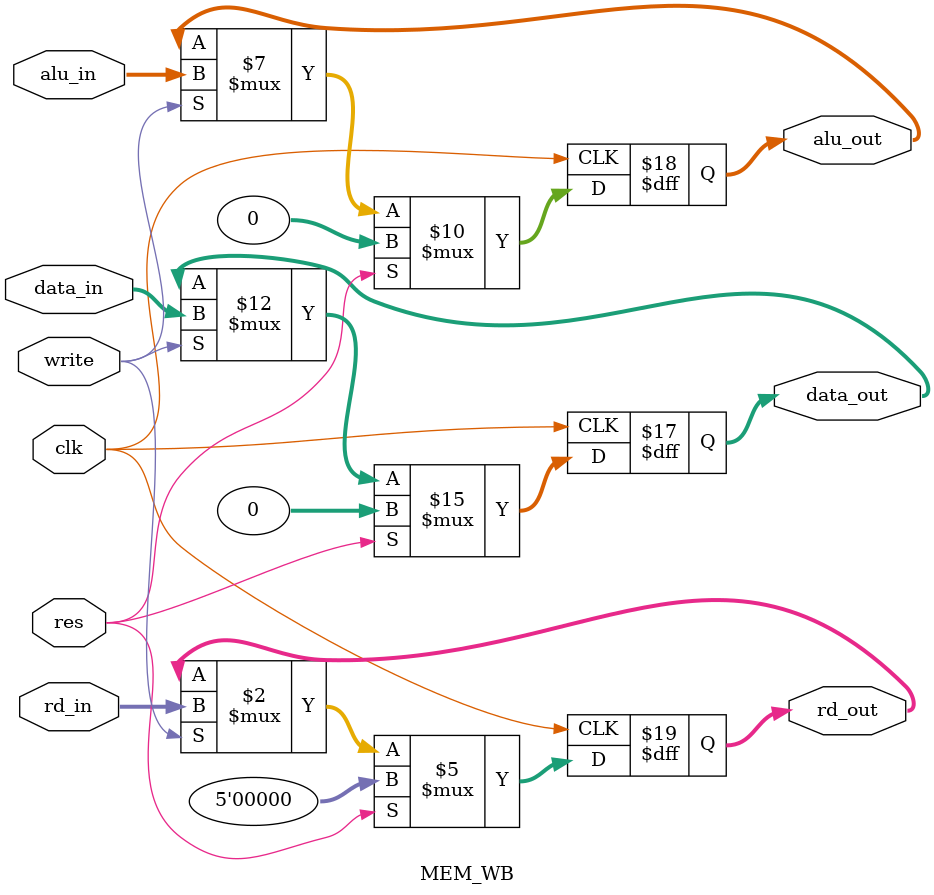
<source format=v>
`timescale 1ns / 1ps

module MEM_WB(
    input [31:0] data_in,
    input [31:0] alu_in,
    input [4:0] rd_in,
    input write,
    input clk,
    input res,
    output reg [31:0] data_out,
    output reg [31:0] alu_out,
    output reg [4:0] rd_out
);

    always @(posedge clk) begin
        if(res) begin
            alu_out <= 0;
            data_out <= 0;
            rd_out <= 0;
        end
        else begin
            if (write) begin
                alu_out <= alu_in;
                data_out <= data_in;
                rd_out <= rd_in;
            end
        end
    end

endmodule

</source>
